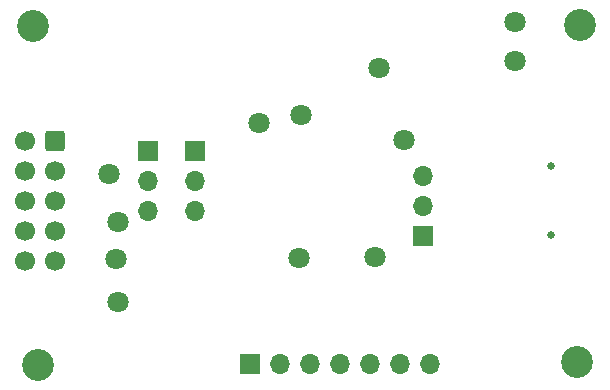
<source format=gbr>
%TF.GenerationSoftware,KiCad,Pcbnew,8.0.2*%
%TF.CreationDate,2025-07-19T08:03:09+07:00*%
%TF.ProjectId,PicoLink,5069636f-4c69-46e6-9b2e-6b696361645f,rev?*%
%TF.SameCoordinates,Original*%
%TF.FileFunction,Soldermask,Bot*%
%TF.FilePolarity,Negative*%
%FSLAX46Y46*%
G04 Gerber Fmt 4.6, Leading zero omitted, Abs format (unit mm)*
G04 Created by KiCad (PCBNEW 8.0.2) date 2025-07-19 08:03:09*
%MOMM*%
%LPD*%
G01*
G04 APERTURE LIST*
G04 Aperture macros list*
%AMRoundRect*
0 Rectangle with rounded corners*
0 $1 Rounding radius*
0 $2 $3 $4 $5 $6 $7 $8 $9 X,Y pos of 4 corners*
0 Add a 4 corners polygon primitive as box body*
4,1,4,$2,$3,$4,$5,$6,$7,$8,$9,$2,$3,0*
0 Add four circle primitives for the rounded corners*
1,1,$1+$1,$2,$3*
1,1,$1+$1,$4,$5*
1,1,$1+$1,$6,$7*
1,1,$1+$1,$8,$9*
0 Add four rect primitives between the rounded corners*
20,1,$1+$1,$2,$3,$4,$5,0*
20,1,$1+$1,$4,$5,$6,$7,0*
20,1,$1+$1,$6,$7,$8,$9,0*
20,1,$1+$1,$8,$9,$2,$3,0*%
G04 Aperture macros list end*
%ADD10R,1.700000X1.700000*%
%ADD11O,1.700000X1.700000*%
%ADD12C,2.700000*%
%ADD13C,0.650000*%
%ADD14RoundRect,0.250000X0.600000X0.600000X-0.600000X0.600000X-0.600000X-0.600000X0.600000X-0.600000X0*%
%ADD15C,1.700000*%
%ADD16C,1.800000*%
G04 APERTURE END LIST*
D10*
%TO.C,J5*%
X148450000Y-107800000D03*
D11*
X150990001Y-107799997D03*
X153530000Y-107800000D03*
X156070000Y-107800000D03*
X158609999Y-107800000D03*
X161149999Y-107800000D03*
X163690000Y-107800000D03*
%TD*%
%TO.C,J1*%
X163099999Y-91960003D03*
X163099998Y-94500000D03*
D10*
X163099999Y-97040003D03*
%TD*%
D12*
%TO.C,H6*%
X130100000Y-79200000D03*
%TD*%
%TO.C,H5*%
X176350000Y-79150000D03*
%TD*%
D13*
%TO.C,J2*%
X173895000Y-96890000D03*
X173895002Y-91110000D03*
%TD*%
D12*
%TO.C,H3*%
X176100000Y-107700000D03*
%TD*%
%TO.C,H4*%
X130500000Y-107900000D03*
%TD*%
D10*
%TO.C,J4*%
X139850000Y-89775000D03*
D11*
X139850000Y-92315000D03*
X139850000Y-94855000D03*
%TD*%
D14*
%TO.C,J3*%
X131900000Y-88920000D03*
D15*
X129360000Y-88920000D03*
X131900000Y-91460000D03*
X129360000Y-91460000D03*
X131900000Y-94000000D03*
X129360000Y-94000000D03*
X131900000Y-96540000D03*
X129360000Y-96540000D03*
X131900000Y-99080000D03*
X129360000Y-99080000D03*
%TD*%
D10*
%TO.C,J7*%
X143800000Y-89760000D03*
D11*
X143800000Y-92300000D03*
X143800000Y-94840000D03*
%TD*%
D16*
X161450000Y-88900000D03*
X159400000Y-82800000D03*
X152725044Y-86750000D03*
X149185785Y-87409314D03*
X170900000Y-82200000D03*
X170850000Y-78837500D03*
X136550000Y-91750000D03*
X137300000Y-95800000D03*
X137109099Y-98909099D03*
X137301471Y-102600000D03*
X152600000Y-98825000D03*
X159050000Y-98750000D03*
M02*

</source>
